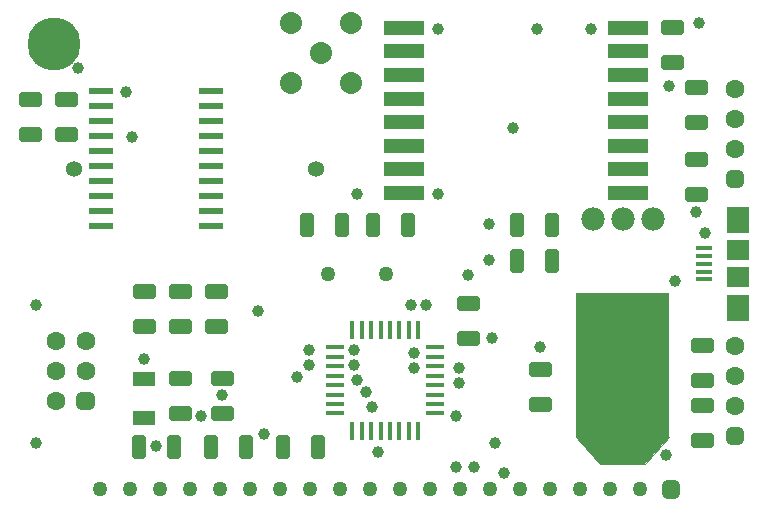
<source format=gbr>
G04 Generated by Ultiboard 13.0 *
%FSLAX24Y24*%
%MOIN*%

%ADD10C,0.0001*%
%ADD11C,0.0001*%
%ADD12C,0.17717*%
%ADD13C,0.0394*%
%ADD14C,0.0500*%
%ADD15R,0.0250X0.0250*%
%ADD16C,0.0350*%
%ADD17R,0.0160X0.0591*%
%ADD18R,0.0591X0.0160*%
%ADD19R,0.0550X0.0250*%
%ADD20C,0.0233*%
%ADD21R,0.0787X0.0236*%
%ADD22R,0.1378X0.0472*%
%ADD23C,0.0633*%
%ADD24R,0.0208X0.0208*%
%ADD25C,0.0392*%
%ADD26R,0.0748X0.0906*%
%ADD27R,0.0551X0.0157*%
%ADD28R,0.0748X0.0709*%
%ADD29R,0.0728X0.0472*%
%ADD30C,0.0783*%
%ADD31C,0.0735*%
%ADD32C,0.0534*%
%ADD33R,0.0250X0.0550*%


G04 ColorRGB FF00CC for the following layer *
%LNSolder Mask Top*%
%LPD*%
G54D10*
G54D11*
G36*
X18810Y2698D02*
X18810Y7500D01*
X21910Y7500D01*
X21910Y2698D01*
X18810Y2698D01*
G37*
G36*
X21900Y2700D02*
X21900Y2700D01*
X21100Y1800D01*
X19600Y1800D01*
X18800Y2700D01*
X21900Y2700D01*
D02*
G37*
X21100Y1800D01*
X19600Y1800D01*
X18800Y2700D01*
X21900Y2700D01*
G54D12*
X1414Y15800D03*
G54D13*
X13800Y7100D03*
X13400Y5000D03*
X13400Y5500D03*
X14900Y5000D03*
X4400Y5300D03*
X16400Y1500D03*
X9900Y5100D03*
X9900Y5600D03*
X4000Y12700D03*
X3800Y14200D03*
X14800Y3400D03*
X14900Y4500D03*
X9500Y4700D03*
X16700Y13000D03*
X19300Y16300D03*
X22100Y7900D03*
X21900Y14400D03*
X22800Y10200D03*
X11800Y4200D03*
X11400Y5600D03*
X11400Y5100D03*
X11500Y4600D03*
X7000Y4100D03*
X12000Y3700D03*
X13300Y7100D03*
X15200Y8100D03*
X16100Y2500D03*
X14800Y1700D03*
X15400Y1700D03*
X12200Y2200D03*
X21800Y2100D03*
X22900Y16500D03*
X14200Y16300D03*
X17500Y16300D03*
X14200Y10800D03*
X23100Y9500D03*
X20400Y6100D03*
X17600Y5700D03*
X16000Y6000D03*
X15900Y9800D03*
X15900Y8600D03*
X8400Y2800D03*
X4800Y2400D03*
X6300Y3400D03*
X800Y7100D03*
X800Y2500D03*
X11500Y10800D03*
X2200Y15000D03*
X8200Y6900D03*
X20400Y4900D03*
X19200Y7300D03*
X21500Y7300D03*
X20400Y7300D03*
X19200Y6100D03*
X21500Y6100D03*
X21500Y4900D03*
X19200Y4900D03*
G54D14*
X10941Y984D03*
X13941Y984D03*
X14941Y984D03*
X20941Y984D03*
X17941Y984D03*
X19941Y984D03*
X18941Y984D03*
X15941Y984D03*
X16941Y984D03*
X12941Y984D03*
X11941Y984D03*
X9941Y984D03*
X8941Y984D03*
X4941Y984D03*
X6941Y984D03*
X7941Y984D03*
X5941Y984D03*
X3941Y984D03*
X2941Y984D03*
X12450Y8150D03*
X10533Y8150D03*
G54D15*
X21941Y984D03*
G54D16*
X21816Y859D02*
X22066Y859D01*
X22066Y1109D01*
X21816Y1109D01*
X21816Y859D01*D02*
G54D17*
X11339Y2927D03*
X11654Y2927D03*
X11969Y2927D03*
X12283Y2927D03*
X12598Y2927D03*
X12913Y2927D03*
X13228Y2927D03*
X13543Y2927D03*
X11339Y6273D03*
X11654Y6273D03*
X11969Y6273D03*
X12283Y6273D03*
X12598Y6273D03*
X12913Y6273D03*
X13228Y6273D03*
X13543Y6273D03*
G54D18*
X10768Y3813D03*
X10768Y3498D03*
X14114Y3813D03*
X14114Y3498D03*
X10768Y4757D03*
X10768Y4443D03*
X10768Y4128D03*
X14114Y4757D03*
X14114Y4443D03*
X14114Y4128D03*
X10768Y5387D03*
X10768Y5072D03*
X14114Y5387D03*
X14114Y5072D03*
X10768Y5702D03*
X14114Y5702D03*
G54D19*
X23000Y2617D03*
X23000Y3783D03*
X4400Y6417D03*
X4400Y7583D03*
X5600Y6417D03*
X5600Y7583D03*
X6800Y6417D03*
X6800Y7583D03*
X7000Y3510D03*
X7000Y4677D03*
X15200Y7183D03*
X15200Y6017D03*
X5600Y3510D03*
X5600Y4677D03*
X17600Y3817D03*
X17600Y4983D03*
X22800Y10817D03*
X22800Y11983D03*
X22800Y13217D03*
X22800Y14383D03*
X22000Y15217D03*
X22000Y16383D03*
X23000Y4617D03*
X23000Y5783D03*
X1800Y12817D03*
X1800Y13983D03*
X600Y13983D03*
X600Y12817D03*
G54D20*
X22725Y2492D02*
X23275Y2492D01*
X23275Y2742D01*
X22725Y2742D01*
X22725Y2492D01*D02*
X22725Y3658D02*
X23275Y3658D01*
X23275Y3908D01*
X22725Y3908D01*
X22725Y3658D01*D02*
X4125Y6292D02*
X4675Y6292D01*
X4675Y6542D01*
X4125Y6542D01*
X4125Y6292D01*D02*
X4125Y7458D02*
X4675Y7458D01*
X4675Y7708D01*
X4125Y7708D01*
X4125Y7458D01*D02*
X5325Y6292D02*
X5875Y6292D01*
X5875Y6542D01*
X5325Y6542D01*
X5325Y6292D01*D02*
X5325Y7458D02*
X5875Y7458D01*
X5875Y7708D01*
X5325Y7708D01*
X5325Y7458D01*D02*
X6525Y6292D02*
X7075Y6292D01*
X7075Y6542D01*
X6525Y6542D01*
X6525Y6292D01*D02*
X6525Y7458D02*
X7075Y7458D01*
X7075Y7708D01*
X6525Y7708D01*
X6525Y7458D01*D02*
X6725Y3385D02*
X7275Y3385D01*
X7275Y3635D01*
X6725Y3635D01*
X6725Y3385D01*D02*
X6725Y4552D02*
X7275Y4552D01*
X7275Y4802D01*
X6725Y4802D01*
X6725Y4552D01*D02*
X14925Y7058D02*
X15475Y7058D01*
X15475Y7308D01*
X14925Y7308D01*
X14925Y7058D01*D02*
X14925Y5892D02*
X15475Y5892D01*
X15475Y6142D01*
X14925Y6142D01*
X14925Y5892D01*D02*
X5325Y3385D02*
X5875Y3385D01*
X5875Y3635D01*
X5325Y3635D01*
X5325Y3385D01*D02*
X5325Y4552D02*
X5875Y4552D01*
X5875Y4802D01*
X5325Y4802D01*
X5325Y4552D01*D02*
X17325Y3692D02*
X17875Y3692D01*
X17875Y3942D01*
X17325Y3942D01*
X17325Y3692D01*D02*
X17325Y4858D02*
X17875Y4858D01*
X17875Y5108D01*
X17325Y5108D01*
X17325Y4858D01*D02*
X22525Y10692D02*
X23075Y10692D01*
X23075Y10942D01*
X22525Y10942D01*
X22525Y10692D01*D02*
X22525Y11858D02*
X23075Y11858D01*
X23075Y12108D01*
X22525Y12108D01*
X22525Y11858D01*D02*
X22525Y13092D02*
X23075Y13092D01*
X23075Y13342D01*
X22525Y13342D01*
X22525Y13092D01*D02*
X22525Y14258D02*
X23075Y14258D01*
X23075Y14508D01*
X22525Y14508D01*
X22525Y14258D01*D02*
X21725Y15092D02*
X22275Y15092D01*
X22275Y15342D01*
X21725Y15342D01*
X21725Y15092D01*D02*
X21725Y16258D02*
X22275Y16258D01*
X22275Y16508D01*
X21725Y16508D01*
X21725Y16258D01*D02*
X22725Y4492D02*
X23275Y4492D01*
X23275Y4742D01*
X22725Y4742D01*
X22725Y4492D01*D02*
X22725Y5658D02*
X23275Y5658D01*
X23275Y5908D01*
X22725Y5908D01*
X22725Y5658D01*D02*
X1525Y12692D02*
X2075Y12692D01*
X2075Y12942D01*
X1525Y12942D01*
X1525Y12692D01*D02*
X1525Y13858D02*
X2075Y13858D01*
X2075Y14108D01*
X1525Y14108D01*
X1525Y13858D01*D02*
X8892Y2125D02*
X9142Y2125D01*
X9142Y2675D01*
X8892Y2675D01*
X8892Y2125D01*D02*
X10058Y2125D02*
X10308Y2125D01*
X10308Y2675D01*
X10058Y2675D01*
X10058Y2125D01*D02*
X325Y13858D02*
X875Y13858D01*
X875Y14108D01*
X325Y14108D01*
X325Y13858D01*D02*
X325Y12692D02*
X875Y12692D01*
X875Y12942D01*
X325Y12942D01*
X325Y12692D01*D02*
X13058Y9525D02*
X13308Y9525D01*
X13308Y10075D01*
X13058Y10075D01*
X13058Y9525D01*D02*
X11892Y9525D02*
X12142Y9525D01*
X12142Y10075D01*
X11892Y10075D01*
X11892Y9525D01*D02*
X16692Y8325D02*
X16942Y8325D01*
X16942Y8875D01*
X16692Y8875D01*
X16692Y8325D01*D02*
X17858Y8325D02*
X18108Y8325D01*
X18108Y8875D01*
X17858Y8875D01*
X17858Y8325D01*D02*
X16692Y9525D02*
X16942Y9525D01*
X16942Y10075D01*
X16692Y10075D01*
X16692Y9525D01*D02*
X17858Y9525D02*
X18108Y9525D01*
X18108Y10075D01*
X17858Y10075D01*
X17858Y9525D01*D02*
X10858Y9525D02*
X11108Y9525D01*
X11108Y10075D01*
X10858Y10075D01*
X10858Y9525D01*D02*
X9692Y9525D02*
X9942Y9525D01*
X9942Y10075D01*
X9692Y10075D01*
X9692Y9525D01*D02*
X6492Y2125D02*
X6742Y2125D01*
X6742Y2675D01*
X6492Y2675D01*
X6492Y2125D01*D02*
X7658Y2125D02*
X7908Y2125D01*
X7908Y2675D01*
X7658Y2675D01*
X7658Y2125D01*D02*
X4092Y2125D02*
X4342Y2125D01*
X4342Y2675D01*
X4092Y2675D01*
X4092Y2125D01*D02*
X5258Y2125D02*
X5508Y2125D01*
X5508Y2675D01*
X5258Y2675D01*
X5258Y2125D01*D02*
G54D21*
X2969Y13250D03*
X2969Y9750D03*
X6631Y9750D03*
X2969Y10250D03*
X6631Y10250D03*
X2969Y11250D03*
X2969Y10750D03*
X6631Y10750D03*
X6631Y11250D03*
X2969Y11750D03*
X6631Y11750D03*
X2969Y12750D03*
X2969Y12250D03*
X6631Y12250D03*
X6631Y12750D03*
X2969Y13750D03*
X6631Y13250D03*
X6631Y13750D03*
X2969Y14250D03*
X6631Y14250D03*
G54D22*
X13060Y10844D03*
X20540Y10844D03*
X13060Y11631D03*
X20540Y11631D03*
X13060Y12419D03*
X20540Y12419D03*
X13060Y13206D03*
X20540Y13206D03*
X13060Y13994D03*
X20540Y13994D03*
X13060Y14781D03*
X20540Y14781D03*
X13060Y15569D03*
X20540Y15569D03*
X13060Y16356D03*
X20540Y16356D03*
G54D23*
X24100Y13300D03*
X24100Y12300D03*
X24100Y14300D03*
X24100Y4750D03*
X24100Y3750D03*
X24100Y5750D03*
X2450Y4900D03*
X1450Y3900D03*
X2450Y5900D03*
X1450Y4900D03*
X1450Y5900D03*
G54D24*
X24100Y11300D03*
X24100Y2750D03*
X2450Y3900D03*
G54D25*
X23996Y11196D02*
X24204Y11196D01*
X24204Y11404D01*
X23996Y11404D01*
X23996Y11196D01*D02*
X23996Y2646D02*
X24204Y2646D01*
X24204Y2854D01*
X23996Y2854D01*
X23996Y2646D01*D02*
X2346Y3796D02*
X2554Y3796D01*
X2554Y4004D01*
X2346Y4004D01*
X2346Y3796D01*D02*
G54D26*
X24200Y7008D03*
X24200Y9961D03*
G54D27*
X23078Y8228D03*
X23078Y8484D03*
X23078Y7972D03*
X23078Y8996D03*
X23078Y8740D03*
G54D28*
X24200Y8031D03*
X24200Y8937D03*
G54D29*
X4400Y3350D03*
X4400Y4650D03*
G54D30*
X20360Y9968D03*
X19360Y9968D03*
X21360Y9968D03*
G54D31*
X10300Y15500D03*
X9300Y16500D03*
X11300Y16500D03*
X9300Y14500D03*
X11300Y14500D03*
G54D32*
X2065Y11650D03*
X10135Y11650D03*
G54D33*
X9017Y2400D03*
X10183Y2400D03*
X13183Y9800D03*
X12017Y9800D03*
X16817Y8600D03*
X17983Y8600D03*
X16817Y9800D03*
X17983Y9800D03*
X10983Y9800D03*
X9817Y9800D03*
X6617Y2400D03*
X7783Y2400D03*
X4217Y2400D03*
X5383Y2400D03*

M02*

</source>
